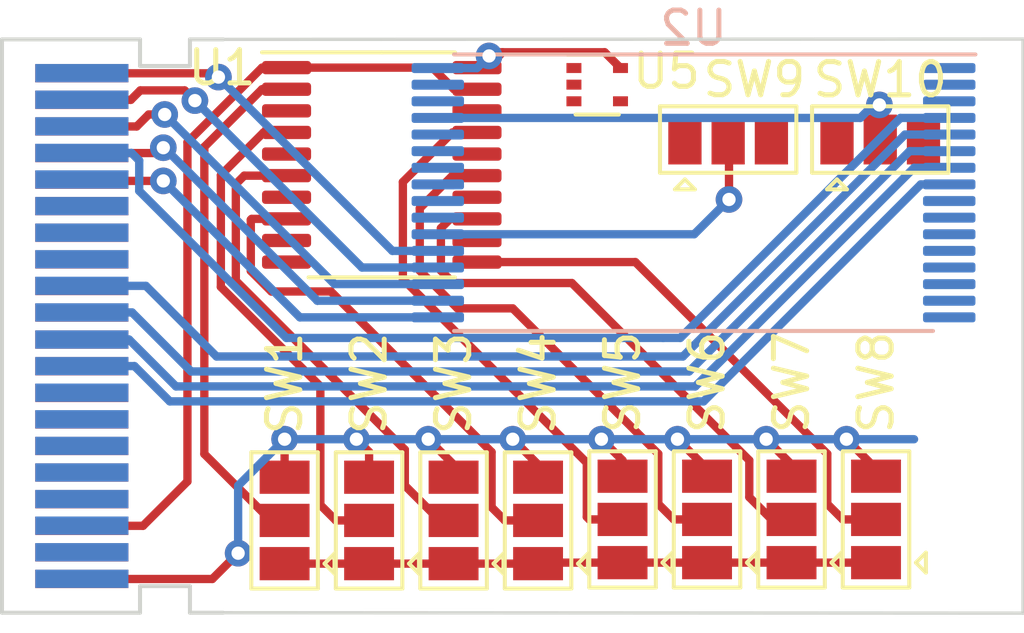
<source format=kicad_pcb>
(kicad_pcb (version 20221018) (generator pcbnew)
  (layers (0 "F.Cu" signal) (31 "B.Cu" signal) (34 "B.Paste" user) (35 "F.Paste" user) (36 "B.SilkS" user "B.Silkscreen") (37 "F.SilkS" user "F.Silkscreen") (38 "B.Mask" user) (39 "F.Mask" user) (44 "Edge.Cuts" user))
  (net 0 "")
  (net 1 "/D7")
  (net 2 "/D6")
  (net 3 "/D5")
  (net 4 "/D4")
  (net 5 "/D3")
  (net 6 "/D2")
  (net 7 "/D1")
  (net 8 "/D0")
  (net 9 "/RST")
  (net 10 "/IORQ")
  (net 11 "/MREQ")
  (net 12 "/RD")
  (net 13 "/WR")
  (net 14 "/INT")
  (net 15 "/NMI")
  (net 16 "/WAIT")
  (net 17 "/IO-CS2")
  (net 18 "/IO-CS1")
  (net 19 "/PGM{slash}5V")
  (net 20 "+5V")
  (net 21 "/A15")
  (net 22 "/A14")
  (net 23 "/A13")
  (net 24 "/A12")
  (net 25 "/A11")
  (net 26 "/A10")
  (net 27 "/A9")
  (net 28 "/A8")
  (net 29 "/A7")
  (net 30 "/A6")
  (net 31 "/A5")
  (net 32 "/A4")
  (net 33 "/A3")
  (net 34 "/A2")
  (net 35 "/A1")
  (net 36 "/A0")
  (net 37 "/CS")
  (net 38 "/IO-CS3")
  (net 39 "/EXT-CS2")
  (net 40 "GND")
  (net 41 "Net-(SW1-B)")
  (net 42 "Net-(SW2-B)")
  (net 43 "Net-(SW3-B)")
  (net 44 "Net-(SW4-B)")
  (net 45 "Net-(SW5-B)")
  (net 46 "Net-(SW6-B)")
  (net 47 "Net-(SW7-B)")
  (net 48 "Net-(SW8-B)")
  (net 49 "Net-(SW9-B)")
  (net 50 "/A14B")
  (net 51 "Net-(SW10-B)")
  (net 52 "Net-(U3-Cp)")
  (net 53 "/A18")
  (net 54 "/A16")
  (net 55 "/A15B")
  (net 56 "/A17")
  (footprint "Package_SO:TSSOP-20_4.4x6.5mm_P0.65mm" (layer "F.Cu") (at 141.097 100.711)
    (fp_text reference "U1" (at -4.8006 -2.921) (layer "F.SilkS"))
    (fp_text value "74HC244")
    (fp_line (start 0 -3.385) (end -3.6 -3.385) (stroke (width 0.12)) (layer "F.SilkS"))
    (fp_line (start 0 -3.385) (end 2.2 -3.385) (stroke (width 0.12)) (layer "F.SilkS"))
    (fp_line (start 0 3.385) (end -2.2 3.385) (stroke (width 0.12)) (layer "F.SilkS"))
    (fp_line (start 0 3.385) (end 2.2 3.385) (stroke (width 0.12)) (layer "F.SilkS"))
    (pad "1" smd roundrect (at -2.8625 -2.925) (size 1.475 0.4) (layers "F.Cu" "F.Paste" "F.Mask") (net 18 "/IO-CS1"))
    (pad "2" smd roundrect (at -2.8625 -2.275) (size 1.475 0.4) (layers "F.Cu" "F.Paste" "F.Mask") (net 41 "Net-(SW1-B)"))
    (pad "3" smd roundrect (at -2.8625 -1.625) (size 1.475 0.4) (layers "F.Cu" "F.Paste" "F.Mask") (net 4 "/D4"))
    (pad "4" smd roundrect (at -2.8625 -0.975) (size 1.475 0.4) (layers "F.Cu" "F.Paste" "F.Mask") (net 42 "Net-(SW2-B)"))
    (pad "5" smd roundrect (at -2.8625 -0.325) (size 1.475 0.4) (layers "F.Cu" "F.Paste" "F.Mask") (net 3 "/D5"))
    (pad "6" smd roundrect (at -2.8625 0.325) (size 1.475 0.4) (layers "F.Cu" "F.Paste" "F.Mask") (net 43 "Net-(SW3-B)"))
    (pad "7" smd roundrect (at -2.8625 0.975) (size 1.475 0.4) (layers "F.Cu" "F.Paste" "F.Mask") (net 2 "/D6"))
    (pad "8" smd roundrect (at -2.8625 1.625) (size 1.475 0.4) (layers "F.Cu" "F.Paste" "F.Mask") (net 44 "Net-(SW4-B)"))
    (pad "9" smd roundrect (at -2.8625 2.275) (size 1.475 0.4) (layers "F.Cu" "F.Paste" "F.Mask") (net 1 "/D7"))
    (pad "10" smd roundrect (at -2.8625 2.925) (size 1.475 0.4) (layers "F.Cu" "F.Paste" "F.Mask") (net 40 "GND"))
    (pad "11" smd roundrect (at 2.8625 2.925) (size 1.475 0.4) (layers "F.Cu" "F.Paste" "F.Mask") (net 48 "Net-(SW8-B)"))
    (pad "12" smd roundrect (at 2.8625 2.275) (size 1.475 0.4) (layers "F.Cu" "F.Paste" "F.Mask") (net 5 "/D3"))
    (pad "13" smd roundrect (at 2.8625 1.625) (size 1.475 0.4) (layers "F.Cu" "F.Paste" "F.Mask") (net 47 "Net-(SW7-B)"))
    (pad "14" smd roundrect (at 2.8625 0.975) (size 1.475 0.4) (layers "F.Cu" "F.Paste" "F.Mask") (net 6 "/D2"))
    (pad "15" smd roundrect (at 2.8625 0.325) (size 1.475 0.4) (layers "F.Cu" "F.Paste" "F.Mask") (net 46 "Net-(SW6-B)"))
    (pad "16" smd roundrect (at 2.8625 -0.325) (size 1.475 0.4) (layers "F.Cu" "F.Paste" "F.Mask") (net 7 "/D1"))
    (pad "17" smd roundrect (at 2.8625 -0.975) (size 1.475 0.4) (layers "F.Cu" "F.Paste" "F.Mask") (net 45 "Net-(SW5-B)"))
    (pad "18" smd roundrect (at 2.8625 -1.625) (size 1.475 0.4) (layers "F.Cu" "F.Paste" "F.Mask") (net 8 "/D0"))
    (pad "19" smd roundrect (at 2.8625 -2.275) (size 1.475 0.4) (layers "F.Cu" "F.Paste" "F.Mask") (net 18 "/IO-CS1"))
    (pad "20" smd roundrect (at 2.8625 -2.925) (size 1.475 0.4) (layers "F.Cu" "F.Paste" "F.Mask") (net 20 "+5V"))
  )
  (footprint "Jumper:SolderJumper-3_P1.3mm_Open_Pad1.0x1.5mm" (layer "F.Cu") (at 140.716 111.409 90)
    (fp_text reference "SW2" (at 2.5 0 90) (layer "F.SilkS") (effects (justify left)))
    (fp_text value "SW_SPDT")
    (fp_line (start -2.05 -1) (end 2.05 -1) (stroke (width 0.12)) (layer "F.SilkS"))
    (fp_line (start -2.05 1) (end -2.05 -1) (stroke (width 0.12)) (layer "F.SilkS"))
    (fp_line (start -1.6 1.5) (end -1 1.5) (stroke (width 0.12)) (layer "F.SilkS"))
    (fp_line (start -1.3 1.2) (end -1.6 1.5) (stroke (width 0.12)) (layer "F.SilkS"))
    (fp_line (start -1.3 1.2) (end -1 1.5) (stroke (width 0.12)) (layer "F.SilkS"))
    (fp_line (start 2.05 -1) (end 2.05 1) (stroke (width 0.12)) (layer "F.SilkS"))
    (fp_line (start 2.05 1) (end -2.05 1) (stroke (width 0.12)) (layer "F.SilkS"))
    (pad "1" smd rect (at -1.3 0 90) (size 1 1.5) (layers "F.Cu" "F.Mask") (net 40 "GND"))
    (pad "2" smd rect (at 0 0 90) (size 1 1.5) (layers "F.Cu" "F.Mask") (net 42 "Net-(SW2-B)"))
    (pad "3" smd rect (at 1.3 0 90) (size 1 1.5) (layers "F.Cu" "F.Mask") (net 20 "+5V"))
  )
  (footprint "Jumper:SolderJumper-3_P1.3mm_Open_Pad1.0x1.5mm" (layer "F.Cu") (at 151.511 99.949)
    (fp_text reference "SW9" (at 0.7874 -1.8034) (layer "F.SilkS"))
    (fp_text value "SW_SPDT")
    (fp_line (start -2.05 -1) (end 2.05 -1) (stroke (width 0.12)) (layer "F.SilkS"))
    (fp_line (start -2.05 1) (end -2.05 -1) (stroke (width 0.12)) (layer "F.SilkS"))
    (fp_line (start -1.6 1.5) (end -1 1.5) (stroke (width 0.12)) (layer "F.SilkS"))
    (fp_line (start -1.3 1.2) (end -1.6 1.5) (stroke (width 0.12)) (layer "F.SilkS"))
    (fp_line (start -1.3 1.2) (end -1 1.5) (stroke (width 0.12)) (layer "F.SilkS"))
    (fp_line (start 2.05 -1) (end 2.05 1) (stroke (width 0.12)) (layer "F.SilkS"))
    (fp_line (start 2.05 1) (end -2.05 1) (stroke (width 0.12)) (layer "F.SilkS"))
    (pad "1" smd rect (at -1.3 0) (size 1 1.5) (layers "F.Cu" "F.Mask") (net 39 "/EXT-CS2"))
    (pad "2" smd rect (at 0 0) (size 1 1.5) (layers "F.Cu" "F.Mask") (net 49 "Net-(SW9-B)"))
    (pad "3" smd rect (at 1.3 0) (size 1 1.5) (layers "F.Cu" "F.Mask") (net 37 "/CS"))
  )
  (footprint "Jumper:SolderJumper-3_P1.3mm_Open_Pad1.0x1.5mm" (layer "F.Cu") (at 156.083 99.949)
    (fp_text reference "SW10" (at 0 -1.8) (layer "F.SilkS"))
    (fp_text value "SW_SPDT")
    (fp_line (start -2.05 -1) (end 2.05 -1) (stroke (width 0.12)) (layer "F.SilkS"))
    (fp_line (start -2.05 1) (end -2.05 -1) (stroke (width 0.12)) (layer "F.SilkS"))
    (fp_line (start -1.6 1.5) (end -1 1.5) (stroke (width 0.12)) (layer "F.SilkS"))
    (fp_line (start -1.3 1.2) (end -1.6 1.5) (stroke (width 0.12)) (layer "F.SilkS"))
    (fp_line (start -1.3 1.2) (end -1 1.5) (stroke (width 0.12)) (layer "F.SilkS"))
    (fp_line (start 2.05 -1) (end 2.05 1) (stroke (width 0.12)) (layer "F.SilkS"))
    (fp_line (start 2.05 1) (end -2.05 1) (stroke (width 0.12)) (layer "F.SilkS"))
    (pad "1" smd rect (at -1.3 0) (size 1 1.5) (layers "F.Cu" "F.Mask") (net 50 "/A14B"))
    (pad "2" smd rect (at 0 0) (size 1 1.5) (layers "F.Cu" "F.Mask") (net 51 "Net-(SW10-B)"))
    (pad "3" smd rect (at 1.3 0) (size 1 1.5) (layers "F.Cu" "F.Mask") (net 22 "/A14"))
  )
  (footprint "Jumper:SolderJumper-3_P1.3mm_Open_Pad1.0x1.5mm" (layer "F.Cu") (at 145.796 111.409 90)
    (fp_text reference "SW4" (at 2.5 0 90) (layer "F.SilkS") (effects (justify left)))
    (fp_text value "SW_SPDT")
    (fp_line (start -2.05 -1) (end 2.05 -1) (stroke (width 0.12)) (layer "F.SilkS"))
    (fp_line (start -2.05 1) (end -2.05 -1) (stroke (width 0.12)) (layer "F.SilkS"))
    (fp_line (start -1.6 1.5) (end -1 1.5) (stroke (width 0.12)) (layer "F.SilkS"))
    (fp_line (start -1.3 1.2) (end -1.6 1.5) (stroke (width 0.12)) (layer "F.SilkS"))
    (fp_line (start -1.3 1.2) (end -1 1.5) (stroke (width 0.12)) (layer "F.SilkS"))
    (fp_line (start 2.05 -1) (end 2.05 1) (stroke (width 0.12)) (layer "F.SilkS"))
    (fp_line (start 2.05 1) (end -2.05 1) (stroke (width 0.12)) (layer "F.SilkS"))
    (pad "1" smd rect (at -1.3 0 90) (size 1 1.5) (layers "F.Cu" "F.Mask") (net 40 "GND"))
    (pad "2" smd rect (at 0 0 90) (size 1 1.5) (layers "F.Cu" "F.Mask") (net 44 "Net-(SW4-B)"))
    (pad "3" smd rect (at 1.3 0 90) (size 1 1.5) (layers "F.Cu" "F.Mask") (net 20 "+5V"))
  )
  (footprint "Jumper:SolderJumper-3_P1.3mm_Open_Pad1.0x1.5mm" (layer "F.Cu") (at 155.956 111.379 90)
    (fp_text reference "SW8" (at 2.5 0 90) (layer "F.SilkS") (effects (justify left)))
    (fp_text value "SW_SPDT")
    (fp_line (start -2.05 -1) (end 2.05 -1) (stroke (width 0.12)) (layer "F.SilkS"))
    (fp_line (start -2.05 1) (end -2.05 -1) (stroke (width 0.12)) (layer "F.SilkS"))
    (fp_line (start -1.6 1.5) (end -1 1.5) (stroke (width 0.12)) (layer "F.SilkS"))
    (fp_line (start -1.3 1.2) (end -1.6 1.5) (stroke (width 0.12)) (layer "F.SilkS"))
    (fp_line (start -1.3 1.2) (end -1 1.5) (stroke (width 0.12)) (layer "F.SilkS"))
    (fp_line (start 2.05 -1) (end 2.05 1) (stroke (width 0.12)) (layer "F.SilkS"))
    (fp_line (start 2.05 1) (end -2.05 1) (stroke (width 0.12)) (layer "F.SilkS"))
    (pad "1" smd rect (at -1.3 0 90) (size 1 1.5) (layers "F.Cu" "F.Mask") (net 40 "GND"))
    (pad "2" smd rect (at 0 0 90) (size 1 1.5) (layers "F.Cu" "F.Mask") (net 48 "Net-(SW8-B)"))
    (pad "3" smd rect (at 1.3 0 90) (size 1 1.5) (layers "F.Cu" "F.Mask") (net 20 "+5V"))
  )
  (footprint "Jumper:SolderJumper-3_P1.3mm_Open_Pad1.0x1.5mm" (layer "F.Cu") (at 138.176 111.409 90)
    (fp_text reference "SW1" (at 2.5 0 90) (layer "F.SilkS") (effects (justify left)))
    (fp_text value "SW_SPDT")
    (fp_line (start -2.05 -1) (end 2.05 -1) (stroke (width 0.12)) (layer "F.SilkS"))
    (fp_line (start -2.05 1) (end -2.05 -1) (stroke (width 0.12)) (layer "F.SilkS"))
    (fp_line (start -1.6 1.5) (end -1 1.5) (stroke (width 0.12)) (layer "F.SilkS"))
    (fp_line (start -1.3 1.2) (end -1.6 1.5) (stroke (width 0.12)) (layer "F.SilkS"))
    (fp_line (start -1.3 1.2) (end -1 1.5) (stroke (width 0.12)) (layer "F.SilkS"))
    (fp_line (start 2.05 -1) (end 2.05 1) (stroke (width 0.12)) (layer "F.SilkS"))
    (fp_line (start 2.05 1) (end -2.05 1) (stroke (width 0.12)) (layer "F.SilkS"))
    (pad "1" smd rect (at -1.3 0 90) (size 1 1.5) (layers "F.Cu" "F.Mask") (net 40 "GND"))
    (pad "2" smd rect (at 0 0 90) (size 1 1.5) (layers "F.Cu" "F.Mask") (net 41 "Net-(SW1-B)"))
    (pad "3" smd rect (at 1.3 0 90) (size 1 1.5) (layers "F.Cu" "F.Mask") (net 20 "+5V"))
  )
  (footprint "Jumper:SolderJumper-3_P1.3mm_Open_Pad1.0x1.5mm" (layer "F.Cu") (at 148.336 111.379 90)
    (fp_text reference "SW5" (at 2.5 0 90) (layer "F.SilkS") (effects (justify left)))
    (fp_text value "SW_SPDT")
    (fp_line (start -2.05 -1) (end 2.05 -1) (stroke (width 0.12)) (layer "F.SilkS"))
    (fp_line (start -2.05 1) (end -2.05 -1) (stroke (width 0.12)) (layer "F.SilkS"))
    (fp_line (start -1.6 1.5) (end -1 1.5) (stroke (width 0.12)) (layer "F.SilkS"))
    (fp_line (start -1.3 1.2) (end -1.6 1.5) (stroke (width 0.12)) (layer "F.SilkS"))
    (fp_line (start -1.3 1.2) (end -1 1.5) (stroke (width 0.12)) (layer "F.SilkS"))
    (fp_line (start 2.05 -1) (end 2.05 1) (stroke (width 0.12)) (layer "F.SilkS"))
    (fp_line (start 2.05 1) (end -2.05 1) (stroke (width 0.12)) (layer "F.SilkS"))
    (pad "1" smd rect (at -1.3 0 90) (size 1 1.5) (layers "F.Cu" "F.Mask") (net 40 "GND"))
    (pad "2" smd rect (at 0 0 90) (size 1 1.5) (layers "F.Cu" "F.Mask") (net 45 "Net-(SW5-B)"))
    (pad "3" smd rect (at 1.3 0 90) (size 1 1.5) (layers "F.Cu" "F.Mask") (net 20 "+5V"))
  )
  (footprint "Package_TO_SOT_SMD:SOT-553" (layer "F.Cu") (at 147.574 98.298)
    (fp_text reference "U5" (at 2.0828 -0.4064) (layer "F.SilkS"))
    (fp_text value "74AHC1G02")
    (fp_line (start -0.9 -0.9) (end 0.65 -0.9) (stroke (width 0.12)) (layer "F.SilkS"))
    (fp_line (start 0.65 0.9) (end -0.65 0.9) (stroke (width 0.12)) (layer "F.SilkS"))
    (pad "1" smd rect (at -0.7 -0.5) (size 0.45 0.3) (layers "F.Cu" "F.Paste" "F.Mask") (net 17 "/IO-CS2"))
    (pad "2" smd rect (at -0.7 0) (size 0.45 0.3) (layers "F.Cu" "F.Paste" "F.Mask") (net 13 "/WR"))
    (pad "3" smd rect (at -0.7 0.5) (size 0.45 0.3) (layers "F.Cu" "F.Paste" "F.Mask") (net 40 "GND"))
    (pad "4" smd rect (at 0.7 0.5) (size 0.45 0.3) (layers "F.Cu" "F.Paste" "F.Mask") (net 52 "Net-(U3-Cp)"))
    (pad "5" smd rect (at 0.7 -0.5) (size 0.45 0.3) (layers "F.Cu" "F.Paste" "F.Mask") (net 20 "+5V"))
  )
  (footprint "Jumper:SolderJumper-3_P1.3mm_Open_Pad1.0x1.5mm" (layer "F.Cu") (at 153.416 111.379 90)
    (fp_text reference "SW7" (at 2.5 0 90) (layer "F.SilkS") (effects (justify left)))
    (fp_text value "SW_SPDT")
    (fp_line (start -2.05 -1) (end 2.05 -1) (stroke (width 0.12)) (layer "F.SilkS"))
    (fp_line (start -2.05 1) (end -2.05 -1) (stroke (width 0.12)) (layer "F.SilkS"))
    (fp_line (start -1.6 1.5) (end -1 1.5) (stroke (width 0.12)) (layer "F.SilkS"))
    (fp_line (start -1.3 1.2) (end -1.6 1.5) (stroke (width 0.12)) (layer "F.SilkS"))
    (fp_line (start -1.3 1.2) (end -1 1.5) (stroke (width 0.12)) (layer "F.SilkS"))
    (fp_line (start 2.05 -1) (end 2.05 1) (stroke (width 0.12)) (layer "F.SilkS"))
    (fp_line (start 2.05 1) (end -2.05 1) (stroke (width 0.12)) (layer "F.SilkS"))
    (pad "1" smd rect (at -1.3 0 90) (size 1 1.5) (layers "F.Cu" "F.Mask") (net 40 "GND"))
    (pad "2" smd rect (at 0 0 90) (size 1 1.5) (layers "F.Cu" "F.Mask") (net 47 "Net-(SW7-B)"))
    (pad "3" smd rect (at 1.3 0 90) (size 1 1.5) (layers "F.Cu" "F.Mask") (net 20 "+5V"))
  )
  (footprint "Jumper:SolderJumper-3_P1.3mm_Open_Pad1.0x1.5mm" (layer "F.Cu") (at 150.876 111.379 90)
    (fp_text reference "SW6" (at 2.5 0 90) (layer "F.SilkS") (effects (justify left)))
    (fp_text value "SW_SPDT")
    (fp_line (start -2.05 -1) (end 2.05 -1) (stroke (width 0.12)) (layer "F.SilkS"))
    (fp_line (start -2.05 1) (end -2.05 -1) (stroke (width 0.12)) (layer "F.SilkS"))
    (fp_line (start -1.6 1.5) (end -1 1.5) (stroke (width 0.12)) (layer "F.SilkS"))
    (fp_line (start -1.3 1.2) (end -1.6 1.5) (stroke (width 0.12)) (layer "F.SilkS"))
    (fp_line (start -1.3 1.2) (end -1 1.5) (stroke (width 0.12)) (layer "F.SilkS"))
    (fp_line (start 2.05 -1) (end 2.05 1) (stroke (width 0.12)) (layer "F.SilkS"))
    (fp_line (start 2.05 1) (end -2.05 1) (stroke (width 0.12)) (layer "F.SilkS"))
    (pad "1" smd rect (at -1.3 0 90) (size 1 1.5) (layers "F.Cu" "F.Mask") (net 40 "GND"))
    (pad "2" smd rect (at 0 0 90) (size 1 1.5) (layers "F.Cu" "F.Mask") (net 46 "Net-(SW6-B)"))
    (pad "3" smd rect (at 1.3 0 90) (size 1 1.5) (layers "F.Cu" "F.Mask") (net 20 "+5V"))
  )
  (footprint "Jumper:SolderJumper-3_P1.3mm_Open_Pad1.0x1.5mm" (layer "F.Cu") (at 143.256 111.409 90)
    (fp_text reference "SW3" (at 2.5 0 90) (layer "F.SilkS") (effects (justify left)))
    (fp_text value "SW_SPDT")
    (fp_line (start -2.05 -1) (end 2.05 -1) (stroke (width 0.12)) (layer "F.SilkS"))
    (fp_line (start -2.05 1) (end -2.05 -1) (stroke (width 0.12)) (layer "F.SilkS"))
    (fp_line (start -1.6 1.5) (end -1 1.5) (stroke (width 0.12)) (layer "F.SilkS"))
    (fp_line (start -1.3 1.2) (end -1.6 1.5) (stroke (width 0.12)) (layer "F.SilkS"))
    (fp_line (start -1.3 1.2) (end -1 1.5) (stroke (width 0.12)) (layer "F.SilkS"))
    (fp_line (start 2.05 -1) (end 2.05 1) (stroke (width 0.12)) (layer "F.SilkS"))
    (fp_line (start 2.05 1) (end -2.05 1) (stroke (width 0.12)) (layer "F.SilkS"))
    (pad "1" smd rect (at -1.3 0 90) (size 1 1.5) (layers "F.Cu" "F.Mask") (net 40 "GND"))
    (pad "2" smd rect (at 0 0 90) (size 1 1.5) (layers "F.Cu" "F.Mask") (net 43 "Net-(SW3-B)"))
    (pad "3" smd rect (at 1.3 0 90) (size 1 1.5) (layers "F.Cu" "F.Mask") (net 20 "+5V"))
  )
  (footprint "FX27-40S:40-pin-edgeconnector" (layer "F.Cu") (at 134.62 105.561 -90)
    (fp_text reference "J1" hide)
    (fp_text value "Conn_02x20_Top_Bottom" hide)
    (fp_line (start -8.625 -0.71) (end -8.625 -1.71) (stroke (width 0.12)) (layer "Edge.Cuts"))
    (fp_line (start -8.625 0.79) (end -7.825 0.79) (stroke (width 0.12)) (layer "Edge.Cuts"))
    (fp_line (start -8.625 4.94) (end -8.625 0.79) (stroke (width 0.12)) (layer "Edge.Cuts"))
    (fp_line (start -8.625 4.94) (end 8.625 4.94) (stroke (width 0.12)) (layer "Edge.Cuts"))
    (fp_line (start -7.825 -0.71) (end -8.625 -0.71) (stroke (width 0.12)) (layer "Edge.Cuts"))
    (fp_line (start -7.825 0.79) (end -7.825 -0.71) (stroke (width 0.12)) (layer "Edge.Cuts"))
    (fp_line (start 7.825 -0.71) (end 8.625 -0.71) (stroke (width 0.12)) (layer "Edge.Cuts"))
    (fp_line (start 7.825 0.79) (end 7.825 -0.71) (stroke (width 0.12)) (layer "Edge.Cuts"))
    (fp_line (start 8.625 -0.71) (end 8.625 -1.71) (stroke (width 0.12)) (layer "Edge.Cuts"))
    (fp_line (start 8.625 0.79) (end 7.825 0.79) (stroke (width 0.12)) (layer "Edge.Cuts"))
    (fp_line (start 8.625 4.94) (end 8.625 0.79) (stroke (width 0.12)) (layer "Edge.Cuts"))
    (pad "1" smd rect (at -7.605 2.54) (size 2.8 0.55) (layers "F.Cu" "F.Paste" "F.Mask") (net 1 "/D7"))
    (pad "2" smd rect (at -6.805 2.54) (size 2.8 0.55) (layers "F.Cu" "F.Paste" "F.Mask") (net 2 "/D6"))
    (pad "3" smd rect (at -6.005 2.54) (size 2.8 0.55) (layers "F.Cu" "F.Paste" "F.Mask") (net 3 "/D5"))
    (pad "4" smd rect (at -5.205 2.54) (size 2.8 0.55) (layers "F.Cu" "F.Paste" "F.Mask") (net 4 "/D4"))
    (pad "5" smd rect (at -4.405 2.54) (size 2.8 0.55) (layers "F.Cu" "F.Paste" "F.Mask") (net 5 "/D3"))
    (pad "6" smd rect (at -3.605 2.54) (size 2.8 0.55) (layers "F.Cu" "F.Paste" "F.Mask") (net 6 "/D2"))
    (pad "7" smd rect (at -2.805 2.54) (size 2.8 0.55) (layers "F.Cu" "F.Paste" "F.Mask") (net 7 "/D1"))
    (pad "8" smd rect (at -2.005 2.54) (size 2.8 0.55) (layers "F.Cu" "F.Paste" "F.Mask") (net 8 "/D0"))
    (pad "9" smd rect (at -1.205 2.54) (size 2.8 0.55) (layers "F.Cu" "F.Paste" "F.Mask") (net 9 "/RST"))
    (pad "10" smd rect (at -0.405 2.54) (size 2.8 0.55) (layers "F.Cu" "F.Paste" "F.Mask") (net 10 "/IORQ"))
    (pad "11" smd rect (at 0.41 2.54) (size 2.8 0.55) (layers "F.Cu" "F.Paste" "F.Mask") (net 11 "/MREQ"))
    (pad "12" smd rect (at 1.21 2.54) (size 2.8 0.55) (layers "F.Cu" "F.Paste" "F.Mask") (net 12 "/RD"))
    (pad "13" smd rect (at 2.01 2.54) (size 2.8 0.55) (layers "F.Cu" "F.Paste" "F.Mask") (net 13 "/WR"))
    (pad "14" smd rect (at 2.81 2.54) (size 2.8 0.55) (layers "F.Cu" "F.Paste" "F.Mask") (net 14 "/INT"))
    (pad "15" smd rect (at 3.61 2.54) (size 2.8 0.55) (layers "F.Cu" "F.Paste" "F.Mask") (net 15 "/NMI"))
    (pad "16" smd rect (at 4.41 2.54) (size 2.8 0.55) (layers "F.Cu" "F.Paste" "F.Mask") (net 16 "/WAIT"))
    (pad "17" smd rect (at 5.21 2.54) (size 2.8 0.55) (layers "F.Cu" "F.Paste" "F.Mask") (net 17 "/IO-CS2"))
    (pad "18" smd rect (at 6.01 2.54) (size 2.8 0.55) (layers "F.Cu" "F.Paste" "F.Mask") (net 18 "/IO-CS1"))
    (pad "19" smd rect (at 6.81 2.54) (size 2.8 0.55) (layers "F.Cu" "F.Paste" "F.Mask") (net 19 "/PGM{slash}5V"))
    (pad "20" smd rect (at 7.61 2.54) (size 2.8 0.55) (layers "F.Cu" "F.Paste" "F.Mask") (net 20 "+5V"))
    (pad "21" smd rect (at -7.61 2.54 180) (size 2.8 0.55) (layers "B.Cu" "B.Paste" "B.Mask") (net 21 "/A15"))
    (pad "22" smd rect (at -6.81 2.54 180) (size 2.8 0.55) (layers "B.Cu" "B.Paste" "B.Mask") (net 22 "/A14"))
    (pad "23" smd rect (at -6.01 2.54 180) (size 2.8 0.55) (layers "B.Cu" "B.Paste" "B.Mask") (net 23 "/A13"))
    (pad "24" smd rect (at -5.21 2.54 180) (size 2.8 0.55) (layers "B.Cu" "B.Paste" "B.Mask") (net 24 "/A12"))
    (pad "25" smd rect (at -4.41 2.54 180) (size 2.8 0.55) (layers "B.Cu" "B.Paste" "B.Mask") (net 25 "/A11"))
    (pad "26" smd rect (at -3.61 2.54 180) (size 2.8 0.55) (layers "B.Cu" "B.Paste" "B.Mask") (net 26 "/A10"))
    (pad "27" smd rect (at -2.81 2.54 180) (size 2.8 0.55) (layers "B.Cu" "B.Paste" "B.Mask") (net 27 "/A9"))
    (pad "28" smd rect (at -2.01 2.54 180) (size 2.8 0.55) (layers "B.Cu" "B.Paste" "B.Mask") (net 28 "/A8"))
    (pad "29" smd rect (at -1.21 2.54 180) (size 2.8 0.55) (layers "B.Cu" "B.Paste" "B.Mask") (net 29 "/A7"))
    (pad "30" smd rect (at -0.41 2.54 180) (size 2.8 0.55) (layers "B.Cu" "B.Paste" "B.Mask") (net 30 "/A6"))
    (pad "31" smd rect (at 0.405 2.54 180) (size 2.8 0.55) (layers "B.Cu" "B.Paste" "B.Mask") (net 31 "/A5"))
    (pad "32" smd rect (at 1.205 2.54 180) (size 2.8 0.55) (layers "B.Cu" "B.Paste" "B.Mask") (net 32 "/A4"))
    (pad "33" smd rect (at 2.005 2.54 180) (size 2.8 0.55) (layers "B.Cu" "B.Paste" "B.Mask") (net 33 "/A3"))
    (pad "34" smd rect (at 2.805 2.54 180) (size 2.8 0.55) (layers "B.Cu" "B.Paste" "B.Mask") (net 34 "/A2"))
    (pad "35" smd rect (at 3.605 2.54 180) (size 2.8 0.55) (layers "B.Cu" "B.Paste" "B.Mask") (net 35 "/A1"))
    (pad "36" smd rect (at 4.405 2.54 180) (size 2.8 0.55) (layers "B.Cu" "B.Paste" "B.Mask") (net 36 "/A0"))
    (pad "37" smd rect (at 5.205 2.54 180) (size 2.8 0.55) (layers "B.Cu" "B.Paste" "B.Mask") (net 37 "/CS"))
    (pad "38" smd rect (at 6.005 2.54 180) (size 2.8 0.55) (layers "B.Cu" "B.Paste" "B.Mask") (net 38 "/IO-CS3"))
    (pad "39" smd rect (at 6.805 2.54 180) (size 2.8 0.55) (layers "B.Cu" "B.Paste" "B.Mask") (net 39 "/EXT-CS2"))
    (pad "40" smd rect (at 7.605 2.54 180) (size 2.8 0.55) (layers "B.Cu" "B.Paste" "B.Mask") (net 40 "GND"))
  )
  (footprint "Package_SO:TSOP-I-32_14.4x8mm_P0.5mm" (layer "B.Cu") (at 150.4696 101.5492 180)
    (fp_text reference "U2" (at 0 4.95) (layer "B.SilkS") (effects (justify mirror)))
    (fp_text value "SST39SF040")
    (fp_line (start 0 -4.16) (end -7.2 -4.16) (stroke (width 0.12)) (layer "B.SilkS"))
    (fp_line (start 0 -4.16) (end 7.2 -4.16) (stroke (width 0.12)) (layer "B.SilkS"))
    (fp_line (start 0 4.16) (end -8.475 4.16) (stroke (width 0.12)) (layer "B.SilkS"))
    (fp_line (start 0 4.16) (end 7.2 4.16) (stroke (width 0.12)) (layer "B.SilkS"))
    (pad "1" smd roundrect (at -7.6875 3.75 180) (size 1.575 0.3) (layers "B.Cu" "B.Paste" "B.Mask") (net 53 "/A18"))
    (pad "2" smd roundrect (at -7.6875 3.25 180) (size 1.575 0.3) (layers "B.Cu" "B.Paste" "B.Mask") (net 54 "/A16"))
    (pad "3" smd roundrect (at -7.6875 2.75 180) (size 1.575 0.3) (layers "B.Cu" "B.Paste" "B.Mask") (net 55 "/A15B"))
    (pad "4" smd roundrect (at -7.6875 2.25 180) (size 1.575 0.3) (layers "B.Cu" "B.Paste" "B.Mask") (net 24 "/A12"))
    (pad "5" smd roundrect (at -7.6875 1.75 180) (size 1.575 0.3) (layers "B.Cu" "B.Paste" "B.Mask") (net 29 "/A7"))
    (pad "6" smd roundrect (at -7.6875 1.25 180) (size 1.575 0.3) (layers "B.Cu" "B.Paste" "B.Mask") (net 30 "/A6"))
    (pad "7" smd roundrect (at -7.6875 0.75 180) (size 1.575 0.3) (layers "B.Cu" "B.Paste" "B.Mask") (net 31 "/A5"))
    (pad "8" smd roundrect (at -7.6875 0.25 180) (size 1.575 0.3) (layers "B.Cu" "B.Paste" "B.Mask") (net 32 "/A4"))
    (pad "9" smd roundrect (at -7.6875 -0.25 180) (size 1.575 0.3) (layers "B.Cu" "B.Paste" "B.Mask") (net 33 "/A3"))
    (pad "10" smd roundrect (at -7.6875 -0.75 180) (size 1.575 0.3) (layers "B.Cu" "B.Paste" "B.Mask") (net 34 "/A2"))
    (pad "11" smd roundrect (at -7.6875 -1.25 180) (size 1.575 0.3) (layers "B.Cu" "B.Paste" "B.Mask") (net 35 "/A1"))
    (pad "12" smd roundrect (at -7.6875 -1.75 180) (size 1.575 0.3) (layers "B.Cu" "B.Paste" "B.Mask") (net 36 "/A0"))
    (pad "13" smd roundrect (at -7.6875 -2.25 180) (size 1.575 0.3) (layers "B.Cu" "B.Paste" "B.Mask") (net 8 "/D0"))
    (pad "14" smd roundrect (at -7.6875 -2.75 180) (size 1.575 0.3) (layers "B.Cu" "B.Paste" "B.Mask") (net 7 "/D1"))
    (pad "15" smd roundrect (at -7.6875 -3.25 180) (size 1.575 0.3) (layers "B.Cu" "B.Paste" "B.Mask") (net 6 "/D2"))
    (pad "16" smd roundrect (at -7.6875 -3.75 180) (size 1.575 0.3) (layers "B.Cu" "B.Paste" "B.Mask") (net 40 "GND"))
    (pad "17" smd roundrect (at 7.6875 -3.75 180) (size 1.575 0.3) (layers "B.Cu" "B.Paste" "B.Mask") (net 5 "/D3"))
    (pad "18" smd roundrect (at 7.6875 -3.25 180) (size 1.575 0.3) (layers "B.Cu" "B.Paste" "B.Mask") (net 4 "/D4"))
    (pad "19" smd roundrect (at 7.6875 -2.75 180) (size 1.575 0.3) (layers "B.Cu" "B.Paste" "B.Mask") (net 3 "/D5"))
    (pad "20" smd roundrect (at 7.6875 -2.25 180) (size 1.575 0.3) (layers "B.Cu" "B.Paste" "B.Mask") (net 2 "/D6"))
    (pad "21" smd roundrect (at 7.6875 -1.75 180) (size 1.575 0.3) (layers "B.Cu" "B.Paste" "B.Mask") (net 1 "/D7"))
    (pad "22" smd roundrect (at 7.6875 -1.25 180) (size 1.575 0.3) (layers "B.Cu" "B.Paste" "B.Mask") (net 49 "Net-(SW9-B)"))
    (pad "23" smd roundrect (at 7.6875 -0.75 180) (size 1.575 0.3) (layers "B.Cu" "B.Paste" "B.Mask") (net 26 "/A10"))
    (pad "24" smd roundrect (at 7.6875 -0.25 180) (size 1.575 0.3) (layers "B.Cu" "B.Paste" "B.Mask") (net 12 "/RD"))
    (pad "25" smd roundrect (at 7.6875 0.25 180) (size 1.575 0.3) (layers "B.Cu" "B.Paste" "B.Mask") (net 25 "/A11"))
    (pad "26" smd roundrect (at 7.6875 0.75 180) (size 1.575 0.3) (layers "B.Cu" "B.Paste" "B.Mask") (net 27 "/A9"))
    (pad "27" smd roundrect (at 7.6875 1.25 180) (size 1.575 0.3) (layers "B.Cu" "B.Paste" "B.Mask") (net 28 "/A8"))
    (pad "28" smd roundrect (at 7.6875 1.75 180) (size 1.575 0.3) (layers "B.Cu" "B.Paste" "B.Mask") (net 23 "/A13"))
    (pad "29" smd roundrect (at 7.6875 2.25 180) (size 1.575 0.3) (layers "B.Cu" "B.Paste" "B.Mask") (net 51 "Net-(SW10-B)"))
    (pad "30" smd roundrect (at 7.6875 2.75 180) (size 1.575 0.3) (layers "B.Cu" "B.Paste" "B.Mask") (net 56 "/A17"))
    (pad "31" smd roundrect (at 7.6875 3.25 180) (size 1.575 0.3) (layers "B.Cu" "B.Paste" "B.Mask") (net 19 "/PGM{slash}5V"))
    (pad "32" smd roundrect (at 7.6875 3.75 180) (size 1.575 0.3) (layers "B.Cu" "B.Paste" "B.Mask") (net 20 "+5V"))
  )
  (gr_line (start 136.33 96.936) (end 160.3756 96.9264) (stroke (width 0.1)) (layer "Edge.Cuts"))
  (gr_line (start 136.33 114.186) (end 160.3756 114.1984) (stroke (width 0.1)) (layer "Edge.Cuts"))
  (gr_line (start 160.3756 114.1984) (end 160.3756 96.9264) (stroke (width 0.1)) (layer "Edge.Cuts"))
  (segment (start 136.186945 98.07075) (end 136.072195 97.956) (width 0.25) (layer "F.Cu") (net 1))
  (segment (start 136.072195 97.956) (end 132.08 97.956) (width 0.25) (layer "F.Cu") (net 1))
  (via (at 136.186945 98.07075) (size 0.8) (drill 0.4) (layers "F.Cu" "B.Cu") (net 1))
  (segment (start 141.415395 103.2992) (end 136.186945 98.07075) (width 0.25) (layer "B.Cu") (net 1))
  (segment (start 142.7821 103.2992) (end 141.415395 103.2992) (width 0.25) (layer "B.Cu") (net 1))
  (segment (start 135.172376 98.470397) (end 133.838003 98.470397) (width 0.25) (layer "F.Cu") (net 2))
  (segment (start 133.838003 98.470397) (end 133.5524 98.756) (width 0.25) (layer "F.Cu") (net 2))
  (segment (start 135.479837 98.777858) (end 135.172376 98.470397) (width 0.25) (layer "F.Cu") (net 2))
  (segment (start 133.5524 98.756) (end 132.08 98.756) (width 0.25) (layer "F.Cu") (net 2))
  (via (at 135.479837 98.777858) (size 0.8) (drill 0.4) (layers "F.Cu" "B.Cu") (net 2))
  (segment (start 140.501179 103.7992) (end 135.479837 98.777858) (width 0.25) (layer "B.Cu") (net 2))
  (segment (start 142.7821 103.7992) (end 140.501179 103.7992) (width 0.25) (layer "B.Cu") (net 2))
  (segment (start 133.73 99.556) (end 132.08 99.556) (width 0.25) (layer "F.Cu") (net 3))
  (segment (start 134.090603 99.195397) (end 133.73 99.556) (width 0.25) (layer "F.Cu") (net 3))
  (segment (start 134.572054 99.195397) (end 134.090603 99.195397) (width 0.25) (layer "F.Cu") (net 3))
  (via (at 134.572054 99.195397) (size 0.8) (drill 0.4) (layers "F.Cu" "B.Cu") (net 3))
  (segment (start 139.675857 104.2992) (end 134.572054 99.195397) (width 0.25) (layer "B.Cu") (net 3))
  (segment (start 142.7821 104.2992) (end 139.675857 104.2992) (width 0.25) (layer "B.Cu") (net 3))
  (segment (start 134.368515 100.356) (end 132.08 100.356) (width 0.25) (layer "F.Cu") (net 4))
  (segment (start 134.53 100.194515) (end 134.368515 100.356) (width 0.25) (layer "F.Cu") (net 4))
  (via (at 134.53 100.194515) (size 0.8) (drill 0.4) (layers "F.Cu" "B.Cu") (net 4))
  (segment (start 134.55622 100.194515) (end 139.151652 104.789948) (width 0.25) (layer "B.Cu") (net 4))
  (segment (start 134.53 100.194515) (end 134.55622 100.194515) (width 0.25) (layer "B.Cu") (net 4))
  (segment (start 142.7821 104.7992) (end 139.160904 104.7992) (width 0.25) (layer "B.Cu") (net 4))
  (segment (start 139.160904 104.7992) (end 139.151652 104.789948) (width 0.25) (layer "B.Cu") (net 4))
  (segment (start 139.151652 104.789948) (end 139.162105 104.8004) (width 0.25) (layer "B.Cu") (net 4))
  (segment (start 134.53 101.1936) (end 132.1176 101.1936) (width 0.25) (layer "F.Cu") (net 5))
  (segment (start 132.1176 101.1936) (end 132.08 101.156) (width 0.25) (layer "F.Cu") (net 5))
  (via (at 134.53 101.1936) (size 0.8) (drill 0.4) (layers "F.Cu" "B.Cu") (net 5))
  (segment (start 138.6356 105.2992) (end 134.53 101.1936) (width 0.25) (layer "B.Cu") (net 5))
  (segment (start 142.7821 105.2992) (end 138.6356 105.2992) (width 0.25) (layer "B.Cu") (net 5))
  (segment (start 138.2345 97.786) (end 142.618188 97.786) (width 0.25) (layer "F.Cu") (net 18))
  (segment (start 143.268188 98.436) (end 143.9595 98.436) (width 0.25) (layer "F.Cu") (net 18))
  (segment (start 137.497001 97.786) (end 135.255 100.028001) (width 0.25) (layer "F.Cu") (net 18))
  (segment (start 142.618188 97.786) (end 143.268188 98.436) (width 0.25) (layer "F.Cu") (net 18))
  (segment (start 138.2345 97.786) (end 137.497001 97.786) (width 0.25) (layer "F.Cu") (net 18))
  (segment (start 133.92 111.571) (end 132.08 111.571) (width 0.25) (layer "F.Cu") (net 18))
  (segment (start 135.255 100.028001) (end 135.255 110.236) (width 0.25) (layer "F.Cu") (net 18))
  (segment (start 135.255 110.236) (end 133.92 111.571) (width 0.25) (layer "F.Cu") (net 18))
  (segment (start 143.256 109.728) (end 142.494 108.966) (width 0.25) (layer "F.Cu") (net 20))
  (segment (start 143.9595 97.786) (end 144.4225 97.323) (width 0.25) (layer "F.Cu") (net 20))
  (segment (start 136.779 112.395) (end 136.003 113.171) (width 0.25) (layer "F.Cu") (net 20))
  (segment (start 144.3228 97.4344) (end 144.6178 97.4344) (width 0.25) (layer "F.Cu") (net 20))
  (segment (start 138.176 110.109) (end 138.176 108.966) (width 0.25) (layer "F.Cu") (net 20))
  (segment (start 145.796 109.728) (end 145.034 108.966) (width 0.25) (layer "F.Cu") (net 20))
  (segment (start 140.716 110.109) (end 140.716 109.347) (width 0.25) (layer "F.Cu") (net 20))
  (segment (start 148.336 109.601) (end 147.701 108.966) (width 0.25) (layer "F.Cu") (net 20))
  (segment (start 143.256 110.109) (end 143.256 109.728) (width 0.25) (layer "F.Cu") (net 20))
  (segment (start 150.876 109.855) (end 149.987 108.966) (width 0.25) (layer "F.Cu") (net 20))
  (segment (start 153.416 110.079) (end 153.416 109.728) (width 0.25) (layer "F.Cu") (net 20))
  (segment (start 153.416 109.728) (end 152.654 108.966) (width 0.25) (layer "F.Cu") (net 20))
  (segment (start 155.956 110.079) (end 155.956 109.855) (width 0.25) (layer "F.Cu") (net 20))
  (segment (start 136.003 113.171) (end 132.08 113.171) (width 0.25) (layer "F.Cu") (net 20))
  (segment (start 140.716 109.347) (end 140.335 108.966) (width 0.25) (layer "F.Cu") (net 20))
  (segment (start 144.4225 97.323) (end 147.799 97.323) (width 0.25) (layer "F.Cu") (net 20))
  (segment (start 145.796 110.109) (end 145.796 109.728) (width 0.25) (layer "F.Cu") (net 20))
  (segment (start 155.956 109.855) (end 155.067 108.966) (width 0.25) (layer "F.Cu") (net 20))
  (segment (start 148.336 110.079) (end 148.336 109.601) (width 0.25) (layer "F.Cu") (net 20))
  (segment (start 144.6178 97.4344) (end 144.7292 97.323) (width 0.25) (layer "F.Cu") (net 20))
  (segment (start 150.876 110.079) (end 150.876 109.855) (width 0.25) (layer "F.Cu") (net 20))
  (segment (start 147.799 97.323) (end 148.274 97.798) (width 0.25) (layer "F.Cu") (net 20))
  (via (at 138.176 108.966) (size 0.8) (drill 0.4) (layers "F.Cu" "B.Cu") (net 20))
  (via (at 145.034 108.966) (size 0.8) (drill 0.4) (layers "F.Cu" "B.Cu") (net 20))
  (via (at 142.494 108.966) (size 0.8) (drill 0.4) (layers "F.Cu" "B.Cu") (net 20))
  (via (at 155.067 108.966) (size 0.8) (drill 0.4) (layers "F.Cu" "B.Cu") (net 20))
  (via (at 136.779 112.395) (size 0.8) (drill 0.4) (layers "F.Cu" "B.Cu") (net 20))
  (via (at 144.3228 97.4344) (size 0.8) (drill 0.4) (layers "F.Cu" "B.Cu") (net 20))
  (via (at 147.701 108.966) (size 0.8) (drill 0.4) (layers "F.Cu" "B.Cu") (net 20))
  (via (at 149.987 108.966) (size 0.8) (drill 0.4) (layers "F.Cu" "B.Cu") (net 20))
  (via (at 152.654 108.966) (size 0.8) (drill 0.4) (layers "F.Cu" "B.Cu") (net 20))
  (via (at 140.335 108.966) (size 0.8) (drill 0.4) (layers "F.Cu" "B.Cu") (net 20))
  (segment (start 155.067 108.966) (end 157.099 108.966) (width 0.25) (layer "B.Cu") (net 20))
  (segment (start 147.701 108.966) (end 149.987 108.966) (width 0.25) (layer "B.Cu") (net 20))
  (segment (start 136.779 110.363) (end 136.779 112.395) (width 0.25) (layer "B.Cu") (net 20))
  (segment (start 138.176 108.966) (end 136.779 110.363) (width 0.25) (layer "B.Cu") (net 20))
  (segment (start 138.176 108.966) (end 140.335 108.966) (width 0.25) (layer "B.Cu") (net 20))
  (segment (start 143.958 97.7992) (end 144.3228 97.4344) (width 0.25) (layer "B.Cu") (net 20))
  (segment (start 152.654 108.966) (end 155.067 108.966) (width 0.25) (layer "B.Cu") (net 20))
  (segment (start 142.7821 97.7992) (end 143.958 97.7992) (width 0.25) (layer "B.Cu") (net 20))
  (segment (start 140.335 108.966) (end 142.494 108.966) (width 0.25) (layer "B.Cu") (net 20))
  (segment (start 149.987 108.966) (end 152.654 108.966) (width 0.25) (layer "B.Cu") (net 20))
  (segment (start 145.034 108.966) (end 147.701 108.966) (width 0.25) (layer "B.Cu") (net 20))
  (segment (start 142.494 108.966) (end 145.034 108.966) (width 0.25) (layer "B.Cu") (net 20))
  (segment (start 132.08 100.351) (end 133.5742 100.351) (width 0.25) (layer "B.Cu") (net 24))
  (segment (start 158.1571 99.2992) (end 156.691305 99.2992) (width 0.25) (layer "B.Cu") (net 24))
  (segment (start 138.229095 105.918) (end 149.5552 105.918) (width 0.25) (layer "B.Cu") (net 24))
  (segment (start 133.805 100.5818) (end 133.805 101.493905) (width 0.25) (layer "B.Cu") (net 24))
  (segment (start 133.805 101.493905) (end 138.229095 105.918) (width 0.25) (layer "B.Cu") (net 24))
  (segment (start 150.072505 105.918) (end 149.5552 105.918) (width 0.25) (layer "B.Cu") (net 24))
  (segment (start 133.5742 100.351) (end 133.805 100.5818) (width 0.25) (layer "B.Cu") (net 24))
  (segment (start 156.691305 99.2992) (end 150.072505 105.918) (width 0.25) (layer "B.Cu") (net 24))
  (segment (start 150.150101 106.4768) (end 148.2852 106.4768) (width 0.25) (layer "B.Cu") (net 29))
  (segment (start 134.005 104.351) (end 136.1308 106.4768) (width 0.25) (layer "B.Cu") (net 29))
  (segment (start 132.08 104.351) (end 134.005 104.351) (width 0.25) (layer "B.Cu") (net 29))
  (segment (start 156.827701 99.7992) (end 150.150101 106.4768) (width 0.25) (layer "B.Cu") (net 29))
  (segment (start 136.1308 106.4768) (end 148.2852 106.4768) (width 0.25) (layer "B.Cu") (net 29))
  (segment (start 156.827701 99.7992) (end 158.1571 99.7992) (width 0.25) (layer "B.Cu") (net 29))
  (segment (start 158.1571 100.2992) (end 156.964097 100.2992) (width 0.25) (layer "B.Cu") (net 30))
  (segment (start 148.2344 106.9268) (end 135.3658 106.9268) (width 0.25) (layer "B.Cu") (net 30))
  (segment (start 133.59 105.151) (end 132.08 105.151) (width 0.25) (layer "B.Cu") (net 30))
  (segment (start 135.3658 106.9268) (end 133.59 105.151) (width 0.25) (layer "B.Cu") (net 30))
  (segment (start 150.336497 106.9268) (end 148.2344 106.9268) (width 0.25) (layer "B.Cu") (net 30))
  (segment (start 156.964097 100.2992) (end 150.336497 106.9268) (width 0.25) (layer "B.Cu") (net 30))
  (segment (start 133.4996 105.966) (end 132.08 105.966) (width 0.25) (layer "B.Cu") (net 31))
  (segment (start 157.100493 100.7992) (end 150.522893 107.3768) (width 0.25) (layer "B.Cu") (net 31))
  (segment (start 134.9104 107.3768) (end 133.4996 105.966) (width 0.25) (layer "B.Cu") (net 31))
  (segment (start 158.1571 100.7992) (end 157.100493 100.7992) (width 0.25) (layer "B.Cu") (net 31))
  (segment (start 150.522893 107.3768) (end 148.59 107.3768) (width 0.25) (layer "B.Cu") (net 31))
  (segment (start 148.59 107.3768) (end 134.9104 107.3768) (width 0.25) (layer "B.Cu") (net 31))
  (segment (start 158.1571 101.2992) (end 157.301836 101.2992) (width 0.25) (layer "B.Cu") (net 32))
  (segment (start 134.724004 107.8268) (end 133.663204 106.766) (width 0.25) (layer "B.Cu") (net 32))
  (segment (start 150.774236 107.8268) (end 134.724004 107.8268) (width 0.25) (layer "B.Cu") (net 32))
  (segment (start 133.663204 106.766) (end 132.08 106.766) (width 0.25) (layer "B.Cu") (net 32))
  (segment (start 157.301836 101.2992) (end 150.774236 107.8268) (width 0.25) (layer "B.Cu") (net 32))
  (segment (start 150.084 100.076) (end 150.211 99.949) (width 0.25) (layer "F.Cu") (net 39))
  (segment (start 150.876 112.679) (end 148.336 112.679) (width 0.25) (layer "F.Cu") (net 40))
  (segment (start 143.256 112.709) (end 140.716 112.709) (width 0.25) (layer "F.Cu") (net 40))
  (segment (start 145.796 112.709) (end 143.256 112.709) (width 0.25) (layer "F.Cu") (net 40))
  (segment (start 153.416 112.679) (end 150.876 112.679) (width 0.25) (layer "F.Cu") (net 40))
  (segment (start 140.716 112.709) (end 138.176 112.709) (width 0.25) (layer "F.Cu") (net 40))
  (segment (start 155.956 112.679) (end 153.416 112.679) (width 0.25) (layer "F.Cu") (net 40))
  (segment (start 148.336 112.679) (end 145.826 112.679) (width 0.25) (layer "F.Cu") (net 40))
  (segment (start 145.826 112.679) (end 145.796 112.709) (width 0.25) (layer "F.Cu") (net 40))
  (segment (start 135.763 109.41) (end 135.763 100.170001) (width 0.25) (layer "F.Cu") (net 41))
  (segment (start 137.497001 98.436) (end 138.2345 98.436) (width 0.25) (layer "F.Cu") (net 41))
  (segment (start 135.763 100.170001) (end 137.497001 98.436) (width 0.25) (layer "F.Cu") (net 41))
  (segment (start 138.176 111.409) (end 137.762 111.409) (width 0.25) (layer "F.Cu") (net 41))
  (segment (start 137.762 111.409) (end 135.763 109.41) (width 0.25) (layer "F.Cu") (net 41))
  (segment (start 136.26 101.019188) (end 137.543188 99.736) (width 0.25) (layer "F.Cu") (net 42))
  (segment (start 137.543188 99.736) (end 138.2345 99.736) (width 0.25) (layer "F.Cu") (net 42))
  (segment (start 139.251 107.375396) (end 136.26 104.384396) (width 0.25) (layer "F.Cu") (net 42))
  (segment (start 139.251 110.944) (end 139.251 107.375396) (width 0.25) (layer "F.Cu") (net 42))
  (segment (start 139.716 111.409) (end 139.251 110.944) (width 0.25) (layer "F.Cu") (net 42))
  (segment (start 136.26 104.384396) (end 136.26 101.019188) (width 0.25) (layer "F.Cu") (net 42))
  (segment (start 140.716 111.409) (end 139.716 111.409) (width 0.25) (layer "F.Cu") (net 42))
  (segment (start 136.71 101.288) (end 136.962 101.036) (width 0.25) (layer "F.Cu") (net 43))
  (segment (start 141.791 110.358) (end 141.791 109.279) (width 0.25) (layer "F.Cu") (net 43))
  (segment (start 143.256 111.409) (end 142.842 111.409) (width 0.25) (layer "F.Cu") (net 43))
  (segment (start 136.71 104.198) (end 136.71 101.288) (width 0.25) (layer "F.Cu") (net 43))
  (segment (start 136.962 101.036) (end 138.2345 101.036) (width 0.25) (layer "F.Cu") (net 43))
  (segment (start 141.791 109.279) (end 136.71 104.198) (width 0.25) (layer "F.Cu") (net 43))
  (segment (start 142.842 111.409) (end 141.791 110.358) (width 0.25) (layer "F.Cu") (net 43))
  (segment (start 144.796 111.409) (end 144.399 111.012) (width 0.25) (layer "F.Cu") (net 44))
  (segment (start 145.796 111.409) (end 144.796 111.409) (width 0.25) (layer "F.Cu") (net 44))
  (segment (start 144.399 109.352) (end 139.568 104.521) (width 0.25) (layer "F.Cu") (net 44))
  (segment (start 137.186 102.336) (end 138.2345 102.336) (width 0.25) (layer "F.Cu") (net 44))
  (segment (start 137.778188 104.521) (end 137.16 103.902812) (width 0.25) (layer "F.Cu") (net 44))
  (segment (start 137.16 102.362) (end 137.186 102.336) (width 0.25) (layer "F.Cu") (net 44))
  (segment (start 137.16 103.902812) (end 137.16 102.362) (width 0.25) (layer "F.Cu") (net 44))
  (segment (start 139.568 104.521) (end 137.778188 104.521) (width 0.25) (layer "F.Cu") (net 44))
  (segment (start 144.399 111.012) (end 144.399 109.352) (width 0.25) (layer "F.Cu") (net 44))
  (segment (start 141.732 101.226001) (end 143.222001 99.736) (width 0.25) (layer "F.Cu") (net 45))
  (segment (start 143.222001 99.736) (end 143.9595 99.736) (width 0.25) (layer "F.Cu") (net 45))
  (segment (start 147.261 109.674) (end 141.732 104.145) (width 0.25) (layer "F.Cu") (net 45))
  (segment (start 147.261 111.304) (end 147.261 109.674) (width 0.25) (layer "F.Cu") (net 45))
  (segment (start 148.336 111.379) (end 147.336 111.379) (width 0.25) (layer "F.Cu") (net 45))
  (segment (start 141.732 104.145) (end 141.732 101.226001) (width 0.25) (layer "F.Cu") (net 45))
  (segment (start 147.336 111.379) (end 147.261 111.304) (width 0.25) (layer "F.Cu") (net 45))
  (segment (start 149.876 111.379) (end 149.411 110.914) (width 0.25) (layer "F.Cu") (net 46))
  (segment (start 149.411 109.406) (end 145.034 105.029) (width 0.25) (layer "F.Cu") (net 46))
  (segment (start 145.034 105.029) (end 143.374792 105.029) (width 0.25) (layer "F.Cu") (net 46))
  (segment (start 143.222001 101.036) (end 143.9595 101.036) (width 0.25) (layer "F.Cu") (net 46))
  (segment (start 142.24 102.018001) (end 143.222001 101.036) (width 0.25) (layer "F.Cu") (net 46))
  (segment (start 142.24 103.894208) (end 142.24 102.018001) (width 0.25) (layer "F.Cu") (net 46))
  (segment (start 143.374792 105.029) (end 142.24 103.894208) (width 0.25) (layer "F.Cu") (net 46))
  (segment (start 149.411 110.914) (end 149.411 109.406) (width 0.25) (layer "F.Cu") (net 46))
  (segment (start 150.876 111.379) (end 149.876 111.379) (width 0.25) (layer "F.Cu") (net 46))
  (segment (start 153.416 111.379) (end 152.816 111.379) (width 0.25) (layer "F.Cu") (net 47))
  (segment (start 152.816 111.379) (end 152.146 110.709) (width 0.25) (layer "F.Cu") (net 47))
  (segment (start 146.812 104.267) (end 143.249188 104.267) (width 0.25) (layer "F.Cu") (net 47))
  (segment (start 152.146 110.709) (end 152.146 109.601) (width 0.25) (layer "F.Cu") (net 47))
  (segment (start 152.146 109.601) (end 146.812 104.267) (width 0.25) (layer "F.Cu") (net 47))
  (segment (start 143.155 102.336) (end 143.9595 102.336) (width 0.25) (layer "F.Cu") (net 47))
  (segment (start 142.875 103.892812) (end 142.875 102.616) (width 0.25) (layer "F.Cu") (net 47))
  (segment (start 142.875 102.616) (end 143.155 102.336) (width 0.25) (layer "F.Cu") (net 47))
  (segment (start 143.249188 104.267) (end 142.875 103.892812) (width 0.25) (layer "F.Cu") (net 47))
  (segment (start 148.721 103.636) (end 143.9595 103.636) (width 0.25) (layer "F.Cu") (net 48))
  (segment (start 154.491 110.914) (end 154.491 109.406) (width 0.25) (layer "F.Cu") (net 48))
  (segment (start 155.956 111.379) (end 154.956 111.379) (width 0.25) (layer "F.Cu") (net 48))
  (segment (start 154.956 111.379) (end 154.491 110.914) (width 0.25) (layer "F.Cu") (net 48))
  (segment (start 154.491 109.406) (end 148.721 103.636) (width 0.25) (layer "F.Cu") (net 48))
  (segment (start 151.5364 99.9744) (end 151.511 99.949) (width 0.25) (layer "F.Cu") (net 49))
  (segment (start 151.5364 101.7524) (end 151.5364 99.9744) (width 0.25) (layer "F.Cu") (net 49))
  (via (at 151.5364 101.7524) (size 0.8) (drill 0.4) (layers "F.Cu" "B.Cu") (net 49))
  (segment (start 150.4896 102.7992) (end 151.5364 101.7524) (width 0.25) (layer "B.Cu") (net 49))
  (segment (start 142.7821 102.7992) (end 150.4896 102.7992) (width 0.25) (layer "B.Cu") (net 49))
  (segment (start 156.1084 99.9236) (end 156.083 99.949) (width 0.25) (layer "F.Cu") (net 51))
  (segment (start 156.0576 98.9076) (end 156.0576 99.9236) (width 0.25) (layer "F.Cu") (net 51))
  (segment (start 156.0576 99.9236) (end 156.083 99.949) (width 0.25) (layer "F.Cu") (net 51))
  (via (at 156.0576 98.9076) (size 0.8) (drill 0.4) (layers "F.Cu" "B.Cu") (net 51))
  (segment (start 155.484 99.2992) (end 155.8756 98.9076) (width 0.25) (layer "B.Cu") (net 51))
  (segment (start 142.7821 99.2992) (end 155.484 99.2992) (width 0.25) (layer "B.Cu") (net 51))
  (segment (start 155.8756 98.9076) (end 156.0576 98.9076) (width 0.25) (layer "B.Cu") (net 51))
)
</source>
